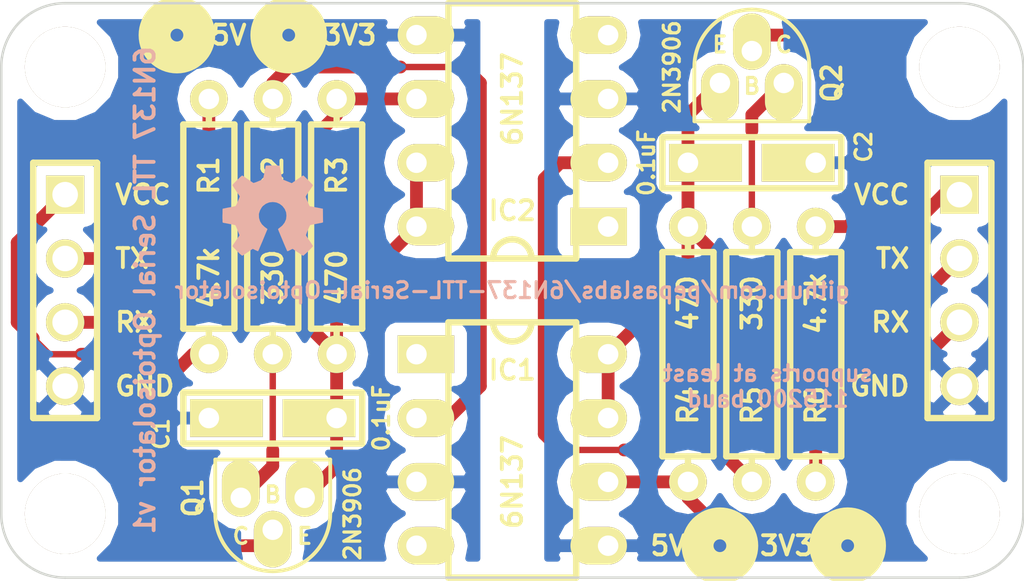
<source format=kicad_pcb>
(kicad_pcb (version 3) (host pcbnew "(2013-07-07 BZR 4022)-stable")

  (general
    (links 28)
    (no_connects 0)
    (area 199.339999 52.019999 240.080001 74.980001)
    (thickness 1.6)
    (drawings 27)
    (tracks 79)
    (zones 0)
    (modules 19)
    (nets 15)
  )

  (page A3)
  (layers
    (15 F.Cu signal)
    (0 B.Cu signal)
    (16 B.Adhes user)
    (17 F.Adhes user)
    (18 B.Paste user)
    (19 F.Paste user)
    (20 B.SilkS user)
    (21 F.SilkS user)
    (22 B.Mask user)
    (23 F.Mask user)
    (24 Dwgs.User user)
    (25 Cmts.User user)
    (26 Eco1.User user)
    (27 Eco2.User user)
    (28 Edge.Cuts user)
  )

  (setup
    (last_trace_width 0.508)
    (user_trace_width 0.508)
    (trace_clearance 0.254)
    (zone_clearance 0.508)
    (zone_45_only no)
    (trace_min 0.254)
    (segment_width 0.2)
    (edge_width 0.1)
    (via_size 0.889)
    (via_drill 0.635)
    (via_min_size 0.889)
    (via_min_drill 0.508)
    (uvia_size 0.508)
    (uvia_drill 0.127)
    (uvias_allowed no)
    (uvia_min_size 0.508)
    (uvia_min_drill 0.127)
    (pcb_text_width 0.3)
    (pcb_text_size 1.5 1.5)
    (mod_edge_width 0.15)
    (mod_text_size 1 1)
    (mod_text_width 0.15)
    (pad_size 1.5 1.5)
    (pad_drill 0.6)
    (pad_to_mask_clearance 0)
    (aux_axis_origin 0 0)
    (visible_elements 7FFFFFFF)
    (pcbplotparams
      (layerselection 284196865)
      (usegerberextensions true)
      (excludeedgelayer true)
      (linewidth 0.150000)
      (plotframeref false)
      (viasonmask false)
      (mode 1)
      (useauxorigin false)
      (hpglpennumber 1)
      (hpglpenspeed 20)
      (hpglpendiameter 15)
      (hpglpenoverlay 2)
      (psnegative false)
      (psa4output false)
      (plotreference true)
      (plotvalue true)
      (plotothertext true)
      (plotinvisibletext false)
      (padsonsilk false)
      (subtractmaskfromsilk false)
      (outputformat 1)
      (mirror false)
      (drillshape 0)
      (scaleselection 1)
      (outputdirectory ../gerbers/))
  )

  (net 0 "")
  (net 1 GNDA)
  (net 2 GNDB)
  (net 3 N-000001)
  (net 4 N-0000014)
  (net 5 N-000003)
  (net 6 N-000004)
  (net 7 N-000005)
  (net 8 N-000006)
  (net 9 RXA)
  (net 10 RXB)
  (net 11 TXA)
  (net 12 TXB)
  (net 13 VCCA)
  (net 14 VCCB)

  (net_class Default "This is the default net class."
    (clearance 0.254)
    (trace_width 0.254)
    (via_dia 0.889)
    (via_drill 0.635)
    (uvia_dia 0.508)
    (uvia_drill 0.127)
    (add_net "")
    (add_net GNDA)
    (add_net GNDB)
    (add_net N-000001)
    (add_net N-0000014)
    (add_net N-000003)
    (add_net N-000004)
    (add_net N-000005)
    (add_net N-000006)
    (add_net RXA)
    (add_net RXB)
    (add_net TXA)
    (add_net TXB)
    (add_net VCCA)
    (add_net VCCB)
  )

  (module TO-92_Q_EBC_059Bo_PL (layer F.Cu) (tedit 5549915C) (tstamp 5546F383)
    (at 211.455 71.755)
    (descr "TO-92 Transistor, EBC pinout")
    (tags DEV)
    (path /5546F340)
    (fp_text reference Q1 (at -4.445 0 90) (layer F.SilkS)
      (effects (font (size 0.762 0.762) (thickness 0.1524)))
    )
    (fp_text value 2N3906 (at 1.905 0.635 90) (layer F.SilkS)
      (effects (font (size 0.635 0.635) (thickness 0.127)))
    )
    (fp_line (start 1.016 0.635) (end 1.016 -1.524) (layer F.SilkS) (width 0.15))
    (fp_line (start 1.016 -1.524) (end -3.556 -1.524) (layer F.SilkS) (width 0.15))
    (fp_line (start -3.556 -1.524) (end -3.556 0.635) (layer F.SilkS) (width 0.15))
    (fp_arc (start -1.27 0.635) (end -1.27 2.921) (angle 90) (layer F.SilkS) (width 0.15))
    (fp_arc (start -1.27 0.635) (end 1.016 0.635) (angle 90) (layer F.SilkS) (width 0.15))
    (fp_text user E (at 0 1.524) (layer F.SilkS)
      (effects (font (size 0.635 0.635) (thickness 0.127)))
    )
    (fp_text user B (at -1.27 -0.127) (layer F.SilkS)
      (effects (font (size 0.635 0.635) (thickness 0.127)))
    )
    (fp_text user C (at -2.54 1.524) (layer F.SilkS)
      (effects (font (size 0.635 0.635) (thickness 0.127)))
    )
    (pad 1 thru_hole oval (at 0 0) (size 1.4986 2.2479) (drill 0.8128 (offset 0 -0.37465))
      (layers *.Cu *.Mask F.SilkS)
      (net 13 VCCA)
    )
    (pad 2 thru_hole oval (at -1.27 1.27) (size 1.4986 2.2479) (drill 0.8128 (offset 0 0.37465))
      (layers *.Cu *.Mask F.SilkS)
      (net 5 N-000003)
    )
    (pad 3 thru_hole oval (at -2.54 0) (size 1.4986 2.2479) (drill 0.8128 (offset 0 -0.37465))
      (layers *.Cu *.Mask F.SilkS)
      (net 6 N-000004)
    )
    (model to-xxx-packages/to92.wrl
      (at (xyz 0 0 0))
      (scale (xyz 1 1 1))
      (rotate (xyz 0 0 0))
    )
  )

  (module TO-92_Q_EBC_059Bo_PL (layer F.Cu) (tedit 55499152) (tstamp 5546F392)
    (at 227.965 55.245 180)
    (descr "TO-92 Transistor, EBC pinout")
    (tags DEV)
    (path /5546F361)
    (fp_text reference Q2 (at -4.445 0 270) (layer F.SilkS)
      (effects (font (size 0.762 0.762) (thickness 0.1524)))
    )
    (fp_text value 2N3906 (at 1.905 0.635 270) (layer F.SilkS)
      (effects (font (size 0.635 0.635) (thickness 0.127)))
    )
    (fp_line (start 1.016 0.635) (end 1.016 -1.524) (layer F.SilkS) (width 0.15))
    (fp_line (start 1.016 -1.524) (end -3.556 -1.524) (layer F.SilkS) (width 0.15))
    (fp_line (start -3.556 -1.524) (end -3.556 0.635) (layer F.SilkS) (width 0.15))
    (fp_arc (start -1.27 0.635) (end -1.27 2.921) (angle 90) (layer F.SilkS) (width 0.15))
    (fp_arc (start -1.27 0.635) (end 1.016 0.635) (angle 90) (layer F.SilkS) (width 0.15))
    (fp_text user E (at 0 1.524 180) (layer F.SilkS)
      (effects (font (size 0.635 0.635) (thickness 0.127)))
    )
    (fp_text user B (at -1.27 -0.127 180) (layer F.SilkS)
      (effects (font (size 0.635 0.635) (thickness 0.127)))
    )
    (fp_text user C (at -2.54 1.524 180) (layer F.SilkS)
      (effects (font (size 0.635 0.635) (thickness 0.127)))
    )
    (pad 1 thru_hole oval (at 0 0 180) (size 1.4986 2.2479) (drill 0.8128 (offset 0 -0.37465))
      (layers *.Cu *.Mask F.SilkS)
      (net 14 VCCB)
    )
    (pad 2 thru_hole oval (at -1.27 1.27 180) (size 1.4986 2.2479) (drill 0.8128 (offset 0 0.37465))
      (layers *.Cu *.Mask F.SilkS)
      (net 3 N-000001)
    )
    (pad 3 thru_hole oval (at -2.54 0 180) (size 1.4986 2.2479) (drill 0.8128 (offset 0 -0.37465))
      (layers *.Cu *.Mask F.SilkS)
      (net 7 N-000005)
    )
    (model to-xxx-packages/to92.wrl
      (at (xyz 0 0 0))
      (scale (xyz 1 1 1))
      (rotate (xyz 0 0 0))
    )
  )

  (module R_AXIAL_0W25_059A_PL (layer F.Cu) (tedit 53A245D9) (tstamp 5546F39F)
    (at 207.645 55.88 270)
    (descr "Resistor Axial 1/4W 0.4\"")
    (tags R)
    (path /55465781)
    (autoplace_cost180 10)
    (fp_text reference R1 (at 3.048 0 270) (layer F.SilkS)
      (effects (font (size 0.762 0.762) (thickness 0.1524)))
    )
    (fp_text value 4.7k (at 7.112 0 270) (layer F.SilkS)
      (effects (font (size 0.762 0.762) (thickness 0.1524)))
    )
    (fp_line (start 0 0) (end 1.016 0) (layer F.SilkS) (width 0.254))
    (fp_line (start 1.016 0) (end 1.016 -1.016) (layer F.SilkS) (width 0.254))
    (fp_line (start 1.016 -1.016) (end 9.144 -1.016) (layer F.SilkS) (width 0.254))
    (fp_line (start 9.144 -1.016) (end 9.144 1.016) (layer F.SilkS) (width 0.254))
    (fp_line (start 9.144 1.016) (end 1.016 1.016) (layer F.SilkS) (width 0.254))
    (fp_line (start 1.016 1.016) (end 1.016 0) (layer F.SilkS) (width 0.254))
    (fp_line (start 10.16 0) (end 9.144 0) (layer F.SilkS) (width 0.254))
    (pad 1 thru_hole oval (at 0 0 270) (size 1.4986 1.4986) (drill 0.8128)
      (layers *.Cu *.Mask F.SilkS)
      (net 11 TXA)
    )
    (pad 2 thru_hole oval (at 10.16 0 270) (size 1.4986 1.4986) (drill 0.8128)
      (layers *.Cu *.Mask F.SilkS)
      (net 5 N-000003)
    )
    (model discret/resistor.wrl
      (at (xyz 0 0 0))
      (scale (xyz 0.4 0.4 0.4))
      (rotate (xyz 0 0 0))
    )
  )

  (module R_AXIAL_0W25_059A_PL (layer F.Cu) (tedit 53A245D9) (tstamp 5546F3AC)
    (at 226.695 71.12 90)
    (descr "Resistor Axial 1/4W 0.4\"")
    (tags R)
    (path /55465B77)
    (autoplace_cost180 10)
    (fp_text reference R4 (at 3.048 0 90) (layer F.SilkS)
      (effects (font (size 0.762 0.762) (thickness 0.1524)))
    )
    (fp_text value 470 (at 7.112 0 90) (layer F.SilkS)
      (effects (font (size 0.762 0.762) (thickness 0.1524)))
    )
    (fp_line (start 0 0) (end 1.016 0) (layer F.SilkS) (width 0.254))
    (fp_line (start 1.016 0) (end 1.016 -1.016) (layer F.SilkS) (width 0.254))
    (fp_line (start 1.016 -1.016) (end 9.144 -1.016) (layer F.SilkS) (width 0.254))
    (fp_line (start 9.144 -1.016) (end 9.144 1.016) (layer F.SilkS) (width 0.254))
    (fp_line (start 9.144 1.016) (end 1.016 1.016) (layer F.SilkS) (width 0.254))
    (fp_line (start 1.016 1.016) (end 1.016 0) (layer F.SilkS) (width 0.254))
    (fp_line (start 10.16 0) (end 9.144 0) (layer F.SilkS) (width 0.254))
    (pad 1 thru_hole oval (at 0 0 90) (size 1.4986 1.4986) (drill 0.8128)
      (layers *.Cu *.Mask F.SilkS)
      (net 10 RXB)
    )
    (pad 2 thru_hole oval (at 10.16 0 90) (size 1.4986 1.4986) (drill 0.8128)
      (layers *.Cu *.Mask F.SilkS)
      (net 14 VCCB)
    )
    (model discret/resistor.wrl
      (at (xyz 0 0 0))
      (scale (xyz 0.4 0.4 0.4))
      (rotate (xyz 0 0 0))
    )
  )

  (module R_AXIAL_0W25_059A_PL (layer F.Cu) (tedit 53A245D9) (tstamp 5546F3B9)
    (at 210.185 55.88 270)
    (descr "Resistor Axial 1/4W 0.4\"")
    (tags R)
    (path /5546D91C)
    (autoplace_cost180 10)
    (fp_text reference R2 (at 3.048 0 270) (layer F.SilkS)
      (effects (font (size 0.762 0.762) (thickness 0.1524)))
    )
    (fp_text value 330 (at 7.112 0 270) (layer F.SilkS)
      (effects (font (size 0.762 0.762) (thickness 0.1524)))
    )
    (fp_line (start 0 0) (end 1.016 0) (layer F.SilkS) (width 0.254))
    (fp_line (start 1.016 0) (end 1.016 -1.016) (layer F.SilkS) (width 0.254))
    (fp_line (start 1.016 -1.016) (end 9.144 -1.016) (layer F.SilkS) (width 0.254))
    (fp_line (start 9.144 -1.016) (end 9.144 1.016) (layer F.SilkS) (width 0.254))
    (fp_line (start 9.144 1.016) (end 1.016 1.016) (layer F.SilkS) (width 0.254))
    (fp_line (start 1.016 1.016) (end 1.016 0) (layer F.SilkS) (width 0.254))
    (fp_line (start 10.16 0) (end 9.144 0) (layer F.SilkS) (width 0.254))
    (pad 1 thru_hole oval (at 0 0 270) (size 1.4986 1.4986) (drill 0.8128)
      (layers *.Cu *.Mask F.SilkS)
      (net 8 N-000006)
    )
    (pad 2 thru_hole oval (at 10.16 0 270) (size 1.4986 1.4986) (drill 0.8128)
      (layers *.Cu *.Mask F.SilkS)
      (net 6 N-000004)
    )
    (model discret/resistor.wrl
      (at (xyz 0 0 0))
      (scale (xyz 0.4 0.4 0.4))
      (rotate (xyz 0 0 0))
    )
  )

  (module R_AXIAL_0W25_059A_PL (layer F.Cu) (tedit 53A245D9) (tstamp 5546F3C6)
    (at 231.775 71.12 90)
    (descr "Resistor Axial 1/4W 0.4\"")
    (tags R)
    (path /5546D977)
    (autoplace_cost180 10)
    (fp_text reference R6 (at 3.048 0 90) (layer F.SilkS)
      (effects (font (size 0.762 0.762) (thickness 0.1524)))
    )
    (fp_text value 4.7k (at 7.112 0 90) (layer F.SilkS)
      (effects (font (size 0.762 0.762) (thickness 0.1524)))
    )
    (fp_line (start 0 0) (end 1.016 0) (layer F.SilkS) (width 0.254))
    (fp_line (start 1.016 0) (end 1.016 -1.016) (layer F.SilkS) (width 0.254))
    (fp_line (start 1.016 -1.016) (end 9.144 -1.016) (layer F.SilkS) (width 0.254))
    (fp_line (start 9.144 -1.016) (end 9.144 1.016) (layer F.SilkS) (width 0.254))
    (fp_line (start 9.144 1.016) (end 1.016 1.016) (layer F.SilkS) (width 0.254))
    (fp_line (start 1.016 1.016) (end 1.016 0) (layer F.SilkS) (width 0.254))
    (fp_line (start 10.16 0) (end 9.144 0) (layer F.SilkS) (width 0.254))
    (pad 1 thru_hole oval (at 0 0 90) (size 1.4986 1.4986) (drill 0.8128)
      (layers *.Cu *.Mask F.SilkS)
      (net 12 TXB)
    )
    (pad 2 thru_hole oval (at 10.16 0 90) (size 1.4986 1.4986) (drill 0.8128)
      (layers *.Cu *.Mask F.SilkS)
      (net 3 N-000001)
    )
    (model discret/resistor.wrl
      (at (xyz 0 0 0))
      (scale (xyz 0.4 0.4 0.4))
      (rotate (xyz 0 0 0))
    )
  )

  (module R_AXIAL_0W25_059A_PL (layer F.Cu) (tedit 53A245D9) (tstamp 5546F3D3)
    (at 212.725 55.88 270)
    (descr "Resistor Axial 1/4W 0.4\"")
    (tags R)
    (path /5546D97D)
    (autoplace_cost180 10)
    (fp_text reference R3 (at 3.048 0 270) (layer F.SilkS)
      (effects (font (size 0.762 0.762) (thickness 0.1524)))
    )
    (fp_text value 470 (at 7.112 0 270) (layer F.SilkS)
      (effects (font (size 0.762 0.762) (thickness 0.1524)))
    )
    (fp_line (start 0 0) (end 1.016 0) (layer F.SilkS) (width 0.254))
    (fp_line (start 1.016 0) (end 1.016 -1.016) (layer F.SilkS) (width 0.254))
    (fp_line (start 1.016 -1.016) (end 9.144 -1.016) (layer F.SilkS) (width 0.254))
    (fp_line (start 9.144 -1.016) (end 9.144 1.016) (layer F.SilkS) (width 0.254))
    (fp_line (start 9.144 1.016) (end 1.016 1.016) (layer F.SilkS) (width 0.254))
    (fp_line (start 1.016 1.016) (end 1.016 0) (layer F.SilkS) (width 0.254))
    (fp_line (start 10.16 0) (end 9.144 0) (layer F.SilkS) (width 0.254))
    (pad 1 thru_hole oval (at 0 0 270) (size 1.4986 1.4986) (drill 0.8128)
      (layers *.Cu *.Mask F.SilkS)
      (net 9 RXA)
    )
    (pad 2 thru_hole oval (at 10.16 0 270) (size 1.4986 1.4986) (drill 0.8128)
      (layers *.Cu *.Mask F.SilkS)
      (net 13 VCCA)
    )
    (model discret/resistor.wrl
      (at (xyz 0 0 0))
      (scale (xyz 0.4 0.4 0.4))
      (rotate (xyz 0 0 0))
    )
  )

  (module R_AXIAL_0W25_059A_PL (layer F.Cu) (tedit 53A245D9) (tstamp 5546F3E0)
    (at 229.235 71.12 90)
    (descr "Resistor Axial 1/4W 0.4\"")
    (tags R)
    (path /5546D98C)
    (autoplace_cost180 10)
    (fp_text reference R5 (at 3.048 0 90) (layer F.SilkS)
      (effects (font (size 0.762 0.762) (thickness 0.1524)))
    )
    (fp_text value 330 (at 7.112 0 90) (layer F.SilkS)
      (effects (font (size 0.762 0.762) (thickness 0.1524)))
    )
    (fp_line (start 0 0) (end 1.016 0) (layer F.SilkS) (width 0.254))
    (fp_line (start 1.016 0) (end 1.016 -1.016) (layer F.SilkS) (width 0.254))
    (fp_line (start 1.016 -1.016) (end 9.144 -1.016) (layer F.SilkS) (width 0.254))
    (fp_line (start 9.144 -1.016) (end 9.144 1.016) (layer F.SilkS) (width 0.254))
    (fp_line (start 9.144 1.016) (end 1.016 1.016) (layer F.SilkS) (width 0.254))
    (fp_line (start 1.016 1.016) (end 1.016 0) (layer F.SilkS) (width 0.254))
    (fp_line (start 10.16 0) (end 9.144 0) (layer F.SilkS) (width 0.254))
    (pad 1 thru_hole oval (at 0 0 90) (size 1.4986 1.4986) (drill 0.8128)
      (layers *.Cu *.Mask F.SilkS)
      (net 4 N-0000014)
    )
    (pad 2 thru_hole oval (at 10.16 0 90) (size 1.4986 1.4986) (drill 0.8128)
      (layers *.Cu *.Mask F.SilkS)
      (net 7 N-000005)
    )
    (model discret/resistor.wrl
      (at (xyz 0 0 0))
      (scale (xyz 0.4 0.4 0.4))
      (rotate (xyz 0 0 0))
    )
  )

  (module PIN_ARRAY_4x1 (layer F.Cu) (tedit 5546FC4D) (tstamp 5546F3EC)
    (at 201.93 63.5 270)
    (descr "Double rangee de contacts 2 x 5 pins")
    (tags CONN)
    (path /554657AF)
    (fp_text reference P1 (at 0 -2.54 270) (layer F.SilkS) hide
      (effects (font (size 1.016 1.016) (thickness 0.2032)))
    )
    (fp_text value CONN_4 (at 0 2.54 270) (layer F.SilkS) hide
      (effects (font (size 1.016 1.016) (thickness 0.2032)))
    )
    (fp_line (start 5.08 1.27) (end -5.08 1.27) (layer F.SilkS) (width 0.254))
    (fp_line (start 5.08 -1.27) (end -5.08 -1.27) (layer F.SilkS) (width 0.254))
    (fp_line (start -5.08 -1.27) (end -5.08 1.27) (layer F.SilkS) (width 0.254))
    (fp_line (start 5.08 1.27) (end 5.08 -1.27) (layer F.SilkS) (width 0.254))
    (pad 1 thru_hole rect (at -3.81 0 270) (size 1.524 1.524) (drill 1.016)
      (layers *.Cu *.Mask F.SilkS)
      (net 13 VCCA)
    )
    (pad 2 thru_hole circle (at -1.27 0 270) (size 1.524 1.524) (drill 1.016)
      (layers *.Cu *.Mask F.SilkS)
      (net 11 TXA)
    )
    (pad 3 thru_hole circle (at 1.27 0 270) (size 1.524 1.524) (drill 1.016)
      (layers *.Cu *.Mask F.SilkS)
      (net 9 RXA)
    )
    (pad 4 thru_hole circle (at 3.81 0 270) (size 1.524 1.524) (drill 1.016)
      (layers *.Cu *.Mask F.SilkS)
      (net 1 GNDA)
    )
    (model pin_array\pins_array_4x1.wrl
      (at (xyz 0 0 0))
      (scale (xyz 1 1 1))
      (rotate (xyz 0 0 0))
    )
  )

  (module PIN_ARRAY_4x1 (layer F.Cu) (tedit 5546FCF8) (tstamp 5546F3F8)
    (at 237.49 63.5 270)
    (descr "Double rangee de contacts 2 x 5 pins")
    (tags CONN)
    (path /55465835)
    (fp_text reference P2 (at 0 -2.54 270) (layer F.SilkS) hide
      (effects (font (size 1.016 1.016) (thickness 0.2032)))
    )
    (fp_text value CONN_4 (at 0 2.54 270) (layer F.SilkS) hide
      (effects (font (size 1.016 1.016) (thickness 0.2032)))
    )
    (fp_line (start 5.08 1.27) (end -5.08 1.27) (layer F.SilkS) (width 0.254))
    (fp_line (start 5.08 -1.27) (end -5.08 -1.27) (layer F.SilkS) (width 0.254))
    (fp_line (start -5.08 -1.27) (end -5.08 1.27) (layer F.SilkS) (width 0.254))
    (fp_line (start 5.08 1.27) (end 5.08 -1.27) (layer F.SilkS) (width 0.254))
    (pad 1 thru_hole rect (at -3.81 0 270) (size 1.524 1.524) (drill 1.016)
      (layers *.Cu *.Mask F.SilkS)
      (net 14 VCCB)
    )
    (pad 2 thru_hole circle (at -1.27 0 270) (size 1.524 1.524) (drill 1.016)
      (layers *.Cu *.Mask F.SilkS)
      (net 12 TXB)
    )
    (pad 3 thru_hole circle (at 1.27 0 270) (size 1.524 1.524) (drill 1.016)
      (layers *.Cu *.Mask F.SilkS)
      (net 10 RXB)
    )
    (pad 4 thru_hole circle (at 3.81 0 270) (size 1.524 1.524) (drill 1.016)
      (layers *.Cu *.Mask F.SilkS)
      (net 2 GNDB)
    )
    (model pin_array\pins_array_4x1.wrl
      (at (xyz 0 0 0))
      (scale (xyz 1 1 1))
      (rotate (xyz 0 0 0))
    )
  )

  (module hole_M3_2 (layer F.Cu) (tedit 550BAD19) (tstamp 5547BC08)
    (at 201.93 54.61)
    (descr "M3 mounting hole")
    (path 1pin)
    (fp_text reference H*** (at 0 -3.048) (layer F.SilkS) hide
      (effects (font (size 1.016 1.016) (thickness 0.254)))
    )
    (fp_text value Val** (at 0 2.794) (layer F.SilkS) hide
      (effects (font (size 1.016 1.016) (thickness 0.254)))
    )
    (pad 1 thru_hole circle (at 0 0) (size 3.2 3.2) (drill 3.2)
      (layers *.Cu *.Mask F.SilkS)
    )
  )

  (module hole_M3_2 (layer F.Cu) (tedit 550BAD19) (tstamp 5547BC3A)
    (at 237.49 54.61)
    (descr "M3 mounting hole")
    (path 1pin)
    (fp_text reference H*** (at 0 -3.048) (layer F.SilkS) hide
      (effects (font (size 1.016 1.016) (thickness 0.254)))
    )
    (fp_text value Val** (at 0 2.794) (layer F.SilkS) hide
      (effects (font (size 1.016 1.016) (thickness 0.254)))
    )
    (pad 1 thru_hole circle (at 0 0) (size 3.2 3.2) (drill 3.2)
      (layers *.Cu *.Mask F.SilkS)
    )
  )

  (module hole_M3_2 (layer F.Cu) (tedit 550BAD19) (tstamp 5547BC48)
    (at 237.49 72.39)
    (descr "M3 mounting hole")
    (path 1pin)
    (fp_text reference H*** (at 0 -3.048) (layer F.SilkS) hide
      (effects (font (size 1.016 1.016) (thickness 0.254)))
    )
    (fp_text value Val** (at 0 2.794) (layer F.SilkS) hide
      (effects (font (size 1.016 1.016) (thickness 0.254)))
    )
    (pad 1 thru_hole circle (at 0 0) (size 3.2 3.2) (drill 3.2)
      (layers *.Cu *.Mask F.SilkS)
    )
  )

  (module hole_M3_2 (layer F.Cu) (tedit 550BAD19) (tstamp 5547BC51)
    (at 201.93 72.39)
    (descr "M3 mounting hole")
    (path 1pin)
    (fp_text reference H*** (at 0 -3.048) (layer F.SilkS) hide
      (effects (font (size 1.016 1.016) (thickness 0.254)))
    )
    (fp_text value Val** (at 0 2.794) (layer F.SilkS) hide
      (effects (font (size 1.016 1.016) (thickness 0.254)))
    )
    (pad 1 thru_hole circle (at 0 0) (size 3.2 3.2) (drill 3.2)
      (layers *.Cu *.Mask F.SilkS)
    )
  )

  (module OSHW-logo_silkscreen-back_4mm (layer F.Cu) (tedit 0) (tstamp 55476A21)
    (at 210.185 60.325)
    (fp_text reference G*** (at 0 2.1209) (layer B.SilkS) hide
      (effects (font (size 0.18034 0.18034) (thickness 0.03556)))
    )
    (fp_text value OSHW-logo_silkscreen-back_4mm (at 0 -2.1209) (layer B.SilkS) hide
      (effects (font (size 0.18034 0.18034) (thickness 0.03556)))
    )
    (fp_poly (pts (xy 1.21158 1.79578) (xy 1.19126 1.78562) (xy 1.143 1.75514) (xy 1.07696 1.71196)
      (xy 0.99822 1.65862) (xy 0.91948 1.60528) (xy 0.85344 1.5621) (xy 0.80772 1.53162)
      (xy 0.78994 1.52146) (xy 0.77978 1.524) (xy 0.74168 1.54432) (xy 0.6858 1.57226)
      (xy 0.65532 1.5875) (xy 0.60452 1.61036) (xy 0.57912 1.61544) (xy 0.57658 1.60782)
      (xy 0.55626 1.56972) (xy 0.52832 1.50368) (xy 0.49022 1.41732) (xy 0.44704 1.31572)
      (xy 0.40132 1.2065) (xy 0.3556 1.09474) (xy 0.30988 0.98806) (xy 0.27178 0.89154)
      (xy 0.23876 0.81534) (xy 0.21844 0.75946) (xy 0.21082 0.7366) (xy 0.21336 0.73152)
      (xy 0.23876 0.70866) (xy 0.28194 0.67564) (xy 0.37846 0.5969) (xy 0.4699 0.48006)
      (xy 0.52832 0.34798) (xy 0.5461 0.20066) (xy 0.53086 0.06604) (xy 0.47752 -0.0635)
      (xy 0.38608 -0.18288) (xy 0.27432 -0.26924) (xy 0.14478 -0.32512) (xy 0 -0.3429)
      (xy -0.1397 -0.32766) (xy -0.27178 -0.27432) (xy -0.39116 -0.18542) (xy -0.43942 -0.127)
      (xy -0.508 -0.00762) (xy -0.54864 0.11938) (xy -0.55118 0.14986) (xy -0.5461 0.2921)
      (xy -0.50546 0.42672) (xy -0.4318 0.5461) (xy -0.32766 0.64516) (xy -0.31496 0.65532)
      (xy -0.2667 0.69088) (xy -0.23622 0.71374) (xy -0.21082 0.73406) (xy -0.38862 1.16586)
      (xy -0.41656 1.23444) (xy -0.46736 1.35128) (xy -0.51054 1.45288) (xy -0.54356 1.53416)
      (xy -0.56896 1.5875) (xy -0.57912 1.61036) (xy -0.57912 1.61036) (xy -0.59436 1.6129)
      (xy -0.62738 1.6002) (xy -0.68834 1.57226) (xy -0.72898 1.55194) (xy -0.7747 1.52908)
      (xy -0.79502 1.52146) (xy -0.8128 1.53162) (xy -0.85598 1.55956) (xy -0.91948 1.60274)
      (xy -0.99568 1.65354) (xy -1.06934 1.70434) (xy -1.13792 1.75006) (xy -1.18618 1.78054)
      (xy -1.21158 1.79324) (xy -1.21412 1.79324) (xy -1.23444 1.78054) (xy -1.27508 1.75006)
      (xy -1.3335 1.69418) (xy -1.41478 1.6129) (xy -1.42748 1.6002) (xy -1.49606 1.52908)
      (xy -1.55194 1.47066) (xy -1.59004 1.43002) (xy -1.60274 1.41224) (xy -1.60274 1.41224)
      (xy -1.59004 1.38684) (xy -1.55956 1.33858) (xy -1.51384 1.27) (xy -1.4605 1.19126)
      (xy -1.31826 0.98298) (xy -1.397 0.7874) (xy -1.41986 0.72898) (xy -1.45034 0.65532)
      (xy -1.4732 0.60452) (xy -1.4859 0.58166) (xy -1.50622 0.57404) (xy -1.55956 0.56134)
      (xy -1.6383 0.54356) (xy -1.72974 0.52832) (xy -1.81864 0.51054) (xy -1.89738 0.4953)
      (xy -1.9558 0.48514) (xy -1.9812 0.48006) (xy -1.98628 0.47498) (xy -1.99136 0.46228)
      (xy -1.99644 0.43688) (xy -1.99644 0.38862) (xy -1.99898 0.31242) (xy -1.99898 0.20066)
      (xy -1.99898 0.1905) (xy -1.99644 0.08382) (xy -1.99644 0) (xy -1.9939 -0.05334)
      (xy -1.98882 -0.07366) (xy -1.98882 -0.07366) (xy -1.96342 -0.08128) (xy -1.90754 -0.09144)
      (xy -1.8288 -0.10922) (xy -1.73228 -0.127) (xy -1.7272 -0.127) (xy -1.63322 -0.14478)
      (xy -1.55448 -0.16256) (xy -1.4986 -0.17526) (xy -1.47574 -0.18288) (xy -1.47066 -0.18796)
      (xy -1.45034 -0.22606) (xy -1.4224 -0.28448) (xy -1.39192 -0.3556) (xy -1.36144 -0.42926)
      (xy -1.3335 -0.49784) (xy -1.31572 -0.5461) (xy -1.31064 -0.56896) (xy -1.31064 -0.56896)
      (xy -1.32588 -0.59182) (xy -1.3589 -0.64262) (xy -1.40462 -0.70866) (xy -1.4605 -0.78994)
      (xy -1.46304 -0.79756) (xy -1.51892 -0.8763) (xy -1.5621 -0.94488) (xy -1.59258 -0.99314)
      (xy -1.60274 -1.01346) (xy -1.60274 -1.016) (xy -1.58496 -1.03886) (xy -1.54432 -1.08458)
      (xy -1.4859 -1.14554) (xy -1.41478 -1.21666) (xy -1.39192 -1.23698) (xy -1.31572 -1.31318)
      (xy -1.26238 -1.36398) (xy -1.22682 -1.38938) (xy -1.21158 -1.397) (xy -1.21158 -1.39446)
      (xy -1.18618 -1.38176) (xy -1.13538 -1.34874) (xy -1.0668 -1.30048) (xy -0.98552 -1.24714)
      (xy -0.98044 -1.24206) (xy -0.9017 -1.18872) (xy -0.83566 -1.143) (xy -0.7874 -1.11252)
      (xy -0.76708 -1.09982) (xy -0.762 -1.09982) (xy -0.73152 -1.10998) (xy -0.6731 -1.12776)
      (xy -0.60452 -1.1557) (xy -0.53086 -1.18618) (xy -0.46228 -1.21412) (xy -0.41148 -1.23698)
      (xy -0.38862 -1.24968) (xy -0.38862 -1.25222) (xy -0.37846 -1.28016) (xy -0.36576 -1.34112)
      (xy -0.34798 -1.4224) (xy -0.3302 -1.52146) (xy -0.32766 -1.5367) (xy -0.30988 -1.63068)
      (xy -0.29464 -1.70942) (xy -0.28194 -1.7653) (xy -0.27686 -1.78816) (xy -0.26416 -1.7907)
      (xy -0.2159 -1.79324) (xy -0.14478 -1.79578) (xy -0.05842 -1.79578) (xy 0.03048 -1.79578)
      (xy 0.11684 -1.79324) (xy 0.19304 -1.7907) (xy 0.24638 -1.78816) (xy 0.26924 -1.78308)
      (xy 0.27178 -1.78054) (xy 0.2794 -1.7526) (xy 0.2921 -1.69164) (xy 0.30988 -1.61036)
      (xy 0.32766 -1.5113) (xy 0.3302 -1.49352) (xy 0.34798 -1.39954) (xy 0.36576 -1.3208)
      (xy 0.37592 -1.26746) (xy 0.38354 -1.24714) (xy 0.39116 -1.24206) (xy 0.42926 -1.22428)
      (xy 0.49276 -1.19888) (xy 0.57404 -1.16586) (xy 0.75692 -1.0922) (xy 0.98044 -1.24714)
      (xy 1.00076 -1.25984) (xy 1.08204 -1.31572) (xy 1.14808 -1.3589) (xy 1.1938 -1.38938)
      (xy 1.21412 -1.39954) (xy 1.21412 -1.39954) (xy 1.23698 -1.37922) (xy 1.2827 -1.33858)
      (xy 1.34366 -1.27762) (xy 1.41224 -1.20904) (xy 1.46558 -1.1557) (xy 1.52654 -1.0922)
      (xy 1.56718 -1.05156) (xy 1.5875 -1.02362) (xy 1.59512 -1.00584) (xy 1.59258 -0.99568)
      (xy 1.57988 -0.97282) (xy 1.54686 -0.92456) (xy 1.50114 -0.85598) (xy 1.44526 -0.77724)
      (xy 1.39954 -0.70866) (xy 1.35128 -0.635) (xy 1.3208 -0.58166) (xy 1.3081 -0.55372)
      (xy 1.31064 -0.54356) (xy 1.32842 -0.50038) (xy 1.35382 -0.4318) (xy 1.38684 -0.35306)
      (xy 1.46558 -0.17526) (xy 1.58242 -0.15494) (xy 1.65354 -0.1397) (xy 1.7526 -0.12192)
      (xy 1.84658 -0.10414) (xy 1.9939 -0.07366) (xy 1.99898 0.46482) (xy 1.97612 0.47498)
      (xy 1.95326 0.4826) (xy 1.89992 0.49276) (xy 1.82118 0.508) (xy 1.72974 0.52578)
      (xy 1.651 0.54102) (xy 1.57226 0.55626) (xy 1.51638 0.56642) (xy 1.49098 0.5715)
      (xy 1.48336 0.58166) (xy 1.46304 0.61976) (xy 1.4351 0.68072) (xy 1.40462 0.75438)
      (xy 1.37414 0.82804) (xy 1.3462 0.89916) (xy 1.32588 0.9525) (xy 1.31826 0.98044)
      (xy 1.32842 1.00076) (xy 1.3589 1.04648) (xy 1.40208 1.11252) (xy 1.45542 1.19126)
      (xy 1.5113 1.27) (xy 1.55448 1.33858) (xy 1.5875 1.38684) (xy 1.6002 1.40716)
      (xy 1.59258 1.4224) (xy 1.5621 1.4605) (xy 1.50368 1.52146) (xy 1.41478 1.61036)
      (xy 1.39954 1.62306) (xy 1.33096 1.69164) (xy 1.27 1.74498) (xy 1.22936 1.78308)
      (xy 1.21158 1.79578)) (layer B.SilkS) (width 0.00254))
  )

  (module DIP8_059Bi_PL (layer F.Cu) (tedit 53A2396C) (tstamp 554984F0)
    (at 215.9 66.04 270)
    (descr "8-lead DIP package")
    (tags DIP)
    (path /554983EB)
    (fp_text reference IC1 (at 0.635 -3.81 360) (layer F.SilkS)
      (effects (font (size 0.762 0.762) (thickness 0.1524)))
    )
    (fp_text value 6N137 (at 5.08 -3.81 270) (layer F.SilkS)
      (effects (font (size 0.762 0.762) (thickness 0.1524)))
    )
    (fp_arc (start -1.27 -3.81) (end -1.27 -4.572) (angle 90) (layer F.SilkS) (width 0.254))
    (fp_arc (start -1.27 -3.81) (end -0.508 -3.81) (angle 90) (layer F.SilkS) (width 0.254))
    (fp_line (start -1.27 -6.35) (end 8.89 -6.35) (layer F.SilkS) (width 0.254))
    (fp_line (start 8.89 -6.35) (end 8.89 -1.27) (layer F.SilkS) (width 0.254))
    (fp_line (start 8.89 -1.27) (end -1.27 -1.27) (layer F.SilkS) (width 0.254))
    (fp_line (start -1.27 -1.27) (end -1.27 -6.35) (layer F.SilkS) (width 0.254))
    (pad 1 thru_hole rect (at 0 0 270) (size 1.4986 2.2479) (drill 0.8128 (offset 0 -0.37465))
      (layers *.Cu *.Mask F.SilkS)
    )
    (pad 2 thru_hole oval (at 2.54 0 270) (size 1.4986 2.2479) (drill 0.8128 (offset 0 -0.37465))
      (layers *.Cu *.Mask F.SilkS)
      (net 8 N-000006)
    )
    (pad 3 thru_hole oval (at 5.08 0 270) (size 1.4986 2.2479) (drill 0.8128 (offset 0 -0.37465))
      (layers *.Cu *.Mask F.SilkS)
      (net 1 GNDA)
    )
    (pad 4 thru_hole oval (at 7.62 0 270) (size 1.4986 2.2479) (drill 0.8128 (offset 0 -0.37465))
      (layers *.Cu *.Mask F.SilkS)
    )
    (pad 5 thru_hole oval (at 7.62 -7.62 270) (size 1.4986 2.2479) (drill 0.8128 (offset 0 0.37465))
      (layers *.Cu *.Mask F.SilkS)
      (net 2 GNDB)
    )
    (pad 6 thru_hole oval (at 5.08 -7.62 270) (size 1.4986 2.2479) (drill 0.8128 (offset 0 0.37465))
      (layers *.Cu *.Mask F.SilkS)
      (net 10 RXB)
    )
    (pad 8 thru_hole oval (at 0 -7.62 270) (size 1.4986 2.2479) (drill 0.8128 (offset 0 0.37465))
      (layers *.Cu *.Mask F.SilkS)
      (net 14 VCCB)
    )
    (pad 7 thru_hole oval (at 2.54 -7.62 270) (size 1.4986 2.2479) (drill 0.8128 (offset 0 0.37465))
      (layers *.Cu *.Mask F.SilkS)
      (net 14 VCCB)
    )
    (model dil/dil_8.wrl
      (at (xyz 0 0 0))
      (scale (xyz 1 1 1))
      (rotate (xyz 0 0 0))
    )
  )

  (module DIP8_059Bi_PL (layer F.Cu) (tedit 53A2396C) (tstamp 55498502)
    (at 223.52 60.96 90)
    (descr "8-lead DIP package")
    (tags DIP)
    (path /554984AB)
    (fp_text reference IC2 (at 0.635 -3.81 180) (layer F.SilkS)
      (effects (font (size 0.762 0.762) (thickness 0.1524)))
    )
    (fp_text value 6N137 (at 5.08 -3.81 90) (layer F.SilkS)
      (effects (font (size 0.762 0.762) (thickness 0.1524)))
    )
    (fp_arc (start -1.27 -3.81) (end -1.27 -4.572) (angle 90) (layer F.SilkS) (width 0.254))
    (fp_arc (start -1.27 -3.81) (end -0.508 -3.81) (angle 90) (layer F.SilkS) (width 0.254))
    (fp_line (start -1.27 -6.35) (end 8.89 -6.35) (layer F.SilkS) (width 0.254))
    (fp_line (start 8.89 -6.35) (end 8.89 -1.27) (layer F.SilkS) (width 0.254))
    (fp_line (start 8.89 -1.27) (end -1.27 -1.27) (layer F.SilkS) (width 0.254))
    (fp_line (start -1.27 -1.27) (end -1.27 -6.35) (layer F.SilkS) (width 0.254))
    (pad 1 thru_hole rect (at 0 0 90) (size 1.4986 2.2479) (drill 0.8128 (offset 0 -0.37465))
      (layers *.Cu *.Mask F.SilkS)
    )
    (pad 2 thru_hole oval (at 2.54 0 90) (size 1.4986 2.2479) (drill 0.8128 (offset 0 -0.37465))
      (layers *.Cu *.Mask F.SilkS)
      (net 4 N-0000014)
    )
    (pad 3 thru_hole oval (at 5.08 0 90) (size 1.4986 2.2479) (drill 0.8128 (offset 0 -0.37465))
      (layers *.Cu *.Mask F.SilkS)
      (net 2 GNDB)
    )
    (pad 4 thru_hole oval (at 7.62 0 90) (size 1.4986 2.2479) (drill 0.8128 (offset 0 -0.37465))
      (layers *.Cu *.Mask F.SilkS)
    )
    (pad 5 thru_hole oval (at 7.62 -7.62 90) (size 1.4986 2.2479) (drill 0.8128 (offset 0 0.37465))
      (layers *.Cu *.Mask F.SilkS)
      (net 1 GNDA)
    )
    (pad 6 thru_hole oval (at 5.08 -7.62 90) (size 1.4986 2.2479) (drill 0.8128 (offset 0 0.37465))
      (layers *.Cu *.Mask F.SilkS)
      (net 9 RXA)
    )
    (pad 8 thru_hole oval (at 0 -7.62 90) (size 1.4986 2.2479) (drill 0.8128 (offset 0 0.37465))
      (layers *.Cu *.Mask F.SilkS)
      (net 13 VCCA)
    )
    (pad 7 thru_hole oval (at 2.54 -7.62 90) (size 1.4986 2.2479) (drill 0.8128 (offset 0 0.37465))
      (layers *.Cu *.Mask F.SilkS)
      (net 13 VCCA)
    )
    (model dil/dil_8.wrl
      (at (xyz 0 0 0))
      (scale (xyz 1 1 1))
      (rotate (xyz 0 0 0))
    )
  )

  (module CERCAP_2_059B_0805 (layer F.Cu) (tedit 554991B6) (tstamp 55498B18)
    (at 210.185 68.58 180)
    (descr "Capacitor, 0.2\" pin spacing")
    (tags C)
    (path /5549894D)
    (fp_text reference C1 (at 4.445 -0.635 270) (layer F.SilkS)
      (effects (font (size 0.635 0.635) (thickness 0.127)))
    )
    (fp_text value 0.1uF (at -4.318 0 270) (layer F.SilkS)
      (effects (font (size 0.635 0.635) (thickness 0.127)))
    )
    (fp_line (start -3.556 -1.016) (end 3.556 -1.016) (layer F.SilkS) (width 0.254))
    (fp_line (start 3.556 -1.016) (end 3.556 1.016) (layer F.SilkS) (width 0.254))
    (fp_line (start 3.556 1.016) (end -3.556 1.016) (layer F.SilkS) (width 0.254))
    (fp_line (start -3.556 1.016) (end -3.556 -1.016) (layer F.SilkS) (width 0.254))
    (pad 1 thru_hole rect (at -2.54 0 180) (size 2.8956 1.4986) (drill 0.8128 (offset 0.6985 0))
      (layers *.Cu *.Mask F.SilkS)
      (net 13 VCCA)
    )
    (pad 2 thru_hole rect (at 2.54 0 180) (size 2.8956 1.4986) (drill 0.8128 (offset -0.6985 0))
      (layers *.Cu *.Mask F.SilkS)
      (net 1 GNDA)
    )
    (model discret/capa_2pas_5x5mm.wrl
      (at (xyz 0 0 0))
      (scale (xyz 1 1 1))
      (rotate (xyz 0 0 0))
    )
  )

  (module CERCAP_2_059B_0805 (layer F.Cu) (tedit 554991AC) (tstamp 55498B22)
    (at 229.235 58.42)
    (descr "Capacitor, 0.2\" pin spacing")
    (tags C)
    (path /55498A12)
    (fp_text reference C2 (at 4.445 -0.635 90) (layer F.SilkS)
      (effects (font (size 0.635 0.635) (thickness 0.127)))
    )
    (fp_text value 0.1uF (at -4.191 0 90) (layer F.SilkS)
      (effects (font (size 0.635 0.635) (thickness 0.127)))
    )
    (fp_line (start -3.556 -1.016) (end 3.556 -1.016) (layer F.SilkS) (width 0.254))
    (fp_line (start 3.556 -1.016) (end 3.556 1.016) (layer F.SilkS) (width 0.254))
    (fp_line (start 3.556 1.016) (end -3.556 1.016) (layer F.SilkS) (width 0.254))
    (fp_line (start -3.556 1.016) (end -3.556 -1.016) (layer F.SilkS) (width 0.254))
    (pad 1 thru_hole rect (at -2.54 0) (size 2.8956 1.4986) (drill 0.8128 (offset 0.6985 0))
      (layers *.Cu *.Mask F.SilkS)
      (net 14 VCCB)
    )
    (pad 2 thru_hole rect (at 2.54 0) (size 2.8956 1.4986) (drill 0.8128 (offset -0.6985 0))
      (layers *.Cu *.Mask F.SilkS)
      (net 2 GNDB)
    )
    (model discret/capa_2pas_5x5mm.wrl
      (at (xyz 0 0 0))
      (scale (xyz 1 1 1))
      (rotate (xyz 0 0 0))
    )
  )

  (gr_text "supports at least\n115200 baud" (at 229.87 67.31) (layer B.SilkS)
    (effects (font (size 0.635 0.635) (thickness 0.127)) (justify mirror))
  )
  (gr_text "6N137 TTL Serial Optoisolator v1" (at 205.105 63.5 90) (layer B.SilkS)
    (effects (font (size 0.762 0.762) (thickness 0.1524)) (justify mirror))
  )
  (gr_text github.com/pepaslabs/6N137-TTL-Serial-Optoisolator (at 219.71 63.5) (layer B.SilkS)
    (effects (font (size 0.635 0.635) (thickness 0.127)) (justify mirror))
  )
  (gr_line (start 240.03 54.61) (end 240.03 72.39) (angle 90) (layer Edge.Cuts) (width 0.1))
  (gr_line (start 199.39 54.61) (end 199.39 72.39) (angle 90) (layer Edge.Cuts) (width 0.1))
  (gr_circle (center 233.045 73.66) (end 233.299 73.66) (layer F.SilkS) (width 1.27))
  (gr_circle (center 227.965 73.66) (end 228.219 73.66) (layer F.SilkS) (width 1.27))
  (gr_circle (center 210.82 53.34) (end 210.82 53.086) (layer F.SilkS) (width 1.27))
  (gr_circle (center 206.375 53.34) (end 206.629 53.34) (layer F.SilkS) (width 1.27))
  (gr_line (start 201.93 74.93) (end 237.49 74.93) (angle 90) (layer Edge.Cuts) (width 0.1))
  (gr_line (start 237.49 52.07) (end 201.93 52.07) (angle 90) (layer Edge.Cuts) (width 0.1))
  (gr_arc (start 237.49 72.39) (end 240.03 72.39) (angle 90) (layer Edge.Cuts) (width 0.1))
  (gr_arc (start 237.49 54.61) (end 237.49 52.07) (angle 90) (layer Edge.Cuts) (width 0.1))
  (gr_arc (start 201.93 72.39) (end 201.93 74.93) (angle 90) (layer Edge.Cuts) (width 0.1))
  (gr_arc (start 201.93 54.61) (end 199.39 54.61) (angle 90) (layer Edge.Cuts) (width 0.1))
  (gr_text 3V3 (at 231.775 73.66) (layer F.SilkS)
    (effects (font (size 0.762 0.762) (thickness 0.1524)) (justify right))
  )
  (gr_text 5V (at 226.695 73.66) (layer F.SilkS)
    (effects (font (size 0.762 0.762) (thickness 0.1524)) (justify right))
  )
  (gr_text 3V3 (at 212.09 53.34) (layer F.SilkS)
    (effects (font (size 0.762 0.762) (thickness 0.1524)) (justify left))
  )
  (gr_text 5V (at 207.645 53.34) (layer F.SilkS)
    (effects (font (size 0.762 0.762) (thickness 0.1524)) (justify left))
  )
  (gr_text GND (at 203.835 67.31) (layer F.SilkS)
    (effects (font (size 0.762 0.762) (thickness 0.1524)) (justify left))
  )
  (gr_text RX (at 203.835 64.77) (layer F.SilkS)
    (effects (font (size 0.762 0.762) (thickness 0.1524)) (justify left))
  )
  (gr_text TX (at 203.835 62.23) (layer F.SilkS)
    (effects (font (size 0.762 0.762) (thickness 0.1524)) (justify left))
  )
  (gr_text VCC (at 203.835 59.69) (layer F.SilkS)
    (effects (font (size 0.762 0.762) (thickness 0.1524)) (justify left))
  )
  (gr_text GND (at 235.585 67.31) (layer F.SilkS)
    (effects (font (size 0.762 0.762) (thickness 0.1524)) (justify right))
  )
  (gr_text RX (at 235.585 64.77) (layer F.SilkS)
    (effects (font (size 0.762 0.762) (thickness 0.1524)) (justify right))
  )
  (gr_text TX (at 235.585 62.23) (layer F.SilkS)
    (effects (font (size 0.762 0.762) (thickness 0.1524)) (justify right))
  )
  (gr_text VCC (at 235.585 59.69) (layer F.SilkS)
    (effects (font (size 0.762 0.762) (thickness 0.1524)) (justify right))
  )

  (segment (start 231.775 60.96) (end 233.045 60.96) (width 0.508) (layer F.Cu) (net 3) (status 400000))
  (segment (start 229.87 53.34) (end 229.235 53.975) (width 0.508) (layer F.Cu) (net 3) (tstamp 55498E08) (status C00000))
  (segment (start 231.775 53.34) (end 229.87 53.34) (width 0.508) (layer F.Cu) (net 3) (tstamp 55498E06) (status 800000))
  (segment (start 234.315 55.88) (end 231.775 53.34) (width 0.508) (layer F.Cu) (net 3) (tstamp 55498E03))
  (segment (start 234.315 59.69) (end 234.315 55.88) (width 0.508) (layer F.Cu) (net 3) (tstamp 55498E02))
  (segment (start 233.045 60.96) (end 234.315 59.69) (width 0.508) (layer F.Cu) (net 3) (tstamp 55498E00))
  (segment (start 221.615 69.85) (end 220.98 69.215) (width 0.508) (layer F.Cu) (net 4))
  (segment (start 229.235 71.12) (end 227.33 69.215) (width 0.508) (layer F.Cu) (net 4) (status 400000))
  (segment (start 224.79 69.85) (end 224.155 69.85) (width 0.508) (layer F.Cu) (net 4) (tstamp 55498EC7))
  (segment (start 225.425 69.215) (end 224.79 69.85) (width 0.508) (layer F.Cu) (net 4) (tstamp 55498EC5))
  (segment (start 226.06 69.215) (end 225.425 69.215) (width 0.508) (layer F.Cu) (net 4) (tstamp 55498EC4))
  (segment (start 227.33 69.215) (end 226.06 69.215) (width 0.508) (layer F.Cu) (net 4) (tstamp 55498EBF))
  (segment (start 221.615 69.85) (end 224.155 69.85) (width 0.254) (layer F.Cu) (net 4))
  (segment (start 221.615 58.42) (end 223.52 58.42) (width 0.508) (layer F.Cu) (net 4) (tstamp 55498EE0) (status 800000))
  (segment (start 220.98 59.055) (end 221.615 58.42) (width 0.508) (layer F.Cu) (net 4) (tstamp 55498ED9))
  (segment (start 220.98 69.215) (end 220.98 59.055) (width 0.508) (layer F.Cu) (net 4) (tstamp 55498ED8))
  (segment (start 210.185 73.025) (end 209.55 73.66) (width 0.254) (layer F.Cu) (net 5))
  (segment (start 207.01 66.04) (end 207.645 66.04) (width 0.254) (layer F.Cu) (net 5) (tstamp 55498C68))
  (segment (start 205.105 67.945) (end 207.01 66.04) (width 0.508) (layer F.Cu) (net 5) (tstamp 55498C64))
  (segment (start 205.105 71.12) (end 205.105 67.945) (width 0.508) (layer F.Cu) (net 5) (tstamp 55498C60))
  (segment (start 207.645 73.66) (end 205.105 71.12) (width 0.508) (layer F.Cu) (net 5) (tstamp 55498C5B))
  (segment (start 209.55 73.66) (end 207.645 73.66) (width 0.508) (layer F.Cu) (net 5) (tstamp 55498C56))
  (segment (start 210.185 66.04) (end 210.185 69.85) (width 0.254) (layer F.Cu) (net 6))
  (segment (start 210.185 69.85) (end 210.185 70.485) (width 0.508) (layer F.Cu) (net 6) (tstamp 55498CC7))
  (segment (start 210.185 70.485) (end 208.915 71.755) (width 0.508) (layer F.Cu) (net 6) (tstamp 55498BF3))
  (segment (start 229.235 60.96) (end 229.235 57.15) (width 0.254) (layer F.Cu) (net 7) (status 400000))
  (segment (start 229.235 56.515) (end 229.235 57.15) (width 0.508) (layer F.Cu) (net 7) (tstamp 55498DE3))
  (segment (start 229.235 56.515) (end 230.505 55.245) (width 0.508) (layer F.Cu) (net 7) (status 800000))
  (segment (start 217.805 54.61) (end 218.44 55.245) (width 0.508) (layer F.Cu) (net 8))
  (segment (start 210.185 55.88) (end 210.185 55.245) (width 0.508) (layer F.Cu) (net 8))
  (segment (start 210.82 54.61) (end 215.265 54.61) (width 0.508) (layer F.Cu) (net 8) (tstamp 55498D3D))
  (segment (start 210.185 55.245) (end 210.82 54.61) (width 0.508) (layer F.Cu) (net 8) (tstamp 55498D3B))
  (segment (start 217.805 54.61) (end 215.265 54.61) (width 0.254) (layer F.Cu) (net 8))
  (segment (start 217.17 68.58) (end 215.9 68.58) (width 0.508) (layer F.Cu) (net 8) (tstamp 55498D5A))
  (segment (start 218.44 67.31) (end 217.17 68.58) (width 0.508) (layer F.Cu) (net 8) (tstamp 55498D52))
  (segment (start 218.44 55.245) (end 218.44 67.31) (width 0.508) (layer F.Cu) (net 8) (tstamp 55498D51))
  (segment (start 201.93 64.77) (end 204.47 64.77) (width 0.508) (layer F.Cu) (net 9))
  (segment (start 212.725 56.515) (end 212.725 55.88) (width 0.508) (layer F.Cu) (net 9) (tstamp 55498D35))
  (segment (start 204.47 64.77) (end 212.725 56.515) (width 0.508) (layer F.Cu) (net 9) (tstamp 55498D30))
  (segment (start 212.725 55.88) (end 215.9 55.88) (width 0.508) (layer F.Cu) (net 9))
  (segment (start 237.49 64.77) (end 233.68 68.58) (width 0.508) (layer F.Cu) (net 10) (status 400000))
  (segment (start 226.695 71.755) (end 226.695 71.12) (width 0.508) (layer F.Cu) (net 10) (tstamp 55498F03) (status C00000))
  (segment (start 227.965 73.025) (end 226.695 71.755) (width 0.508) (layer F.Cu) (net 10) (tstamp 55498F01) (status 800000))
  (segment (start 232.41 73.025) (end 227.965 73.025) (width 0.508) (layer F.Cu) (net 10) (tstamp 55498EFD))
  (segment (start 233.68 71.755) (end 232.41 73.025) (width 0.508) (layer F.Cu) (net 10) (tstamp 55498EFC))
  (segment (start 233.68 68.58) (end 233.68 71.755) (width 0.508) (layer F.Cu) (net 10) (tstamp 55498EF4))
  (segment (start 223.52 71.12) (end 226.695 71.12) (width 0.508) (layer F.Cu) (net 10) (status C00000))
  (segment (start 201.93 62.23) (end 203.2 62.23) (width 0.508) (layer F.Cu) (net 11))
  (segment (start 207.645 57.785) (end 207.645 55.88) (width 0.508) (layer F.Cu) (net 11) (tstamp 55498D0A))
  (segment (start 203.2 62.23) (end 207.645 57.785) (width 0.508) (layer F.Cu) (net 11) (tstamp 55498D08))
  (segment (start 231.775 71.12) (end 231.775 67.945) (width 0.508) (layer F.Cu) (net 12) (status 400000))
  (segment (start 231.775 67.945) (end 237.49 62.23) (width 0.508) (layer F.Cu) (net 12) (tstamp 55498EEE) (status 800000))
  (segment (start 212.725 66.04) (end 212.725 68.58) (width 0.508) (layer F.Cu) (net 13))
  (segment (start 212.725 66.04) (end 212.725 64.135) (width 0.508) (layer F.Cu) (net 13))
  (segment (start 212.725 64.135) (end 215.9 60.96) (width 0.508) (layer F.Cu) (net 13) (tstamp 55498C9F))
  (segment (start 204.47 66.04) (end 205.105 66.04) (width 0.508) (layer F.Cu) (net 13))
  (segment (start 200.66 65.405) (end 200.025 64.77) (width 0.508) (layer F.Cu) (net 13))
  (segment (start 201.93 59.69) (end 200.66 60.96) (width 0.508) (layer F.Cu) (net 13))
  (segment (start 202.565 66.04) (end 204.47 66.04) (width 0.508) (layer F.Cu) (net 13) (tstamp 554849D9))
  (segment (start 201.295 66.04) (end 202.565 66.04) (width 0.254) (layer F.Cu) (net 13) (tstamp 5546FB78))
  (segment (start 200.66 65.405) (end 201.295 66.04) (width 0.254) (layer F.Cu) (net 13) (tstamp 5546FB77))
  (segment (start 200.025 61.595) (end 200.66 60.96) (width 0.508) (layer F.Cu) (net 13) (tstamp 554849E4))
  (segment (start 200.025 64.77) (end 200.025 61.595) (width 0.508) (layer F.Cu) (net 13) (tstamp 554849E2))
  (segment (start 210.82 64.135) (end 212.725 66.04) (width 0.508) (layer F.Cu) (net 13) (tstamp 55498C8A))
  (segment (start 207.01 64.135) (end 210.82 64.135) (width 0.508) (layer F.Cu) (net 13) (tstamp 55498C87))
  (segment (start 205.105 66.04) (end 207.01 64.135) (width 0.508) (layer F.Cu) (net 13) (tstamp 55498C84))
  (segment (start 212.725 68.58) (end 212.725 70.485) (width 0.508) (layer F.Cu) (net 13))
  (segment (start 212.725 70.485) (end 211.455 71.755) (width 0.508) (layer F.Cu) (net 13) (tstamp 55498C1C))
  (segment (start 215.9 58.42) (end 215.9 60.96) (width 0.508) (layer F.Cu) (net 13))
  (segment (start 226.695 60.96) (end 228.6 62.865) (width 0.508) (layer F.Cu) (net 14) (status 400000))
  (segment (start 236.855 59.69) (end 237.49 59.69) (width 0.508) (layer F.Cu) (net 14) (tstamp 55498E9A) (status C00000))
  (segment (start 233.68 62.865) (end 236.855 59.69) (width 0.508) (layer F.Cu) (net 14) (tstamp 55498E94) (status 800000))
  (segment (start 228.6 62.865) (end 233.68 62.865) (width 0.508) (layer F.Cu) (net 14) (tstamp 55498E92))
  (segment (start 223.52 66.04) (end 226.695 62.865) (width 0.508) (layer F.Cu) (net 14) (status 400000))
  (segment (start 226.695 62.865) (end 226.695 60.96) (width 0.508) (layer F.Cu) (net 14) (tstamp 55498E73) (status 800000))
  (segment (start 226.695 58.42) (end 226.695 56.515) (width 0.508) (layer F.Cu) (net 14) (status 400000))
  (segment (start 226.695 56.515) (end 227.965 55.245) (width 0.508) (layer F.Cu) (net 14) (tstamp 55498DFB) (status 800000))
  (segment (start 226.695 60.96) (end 226.695 58.42) (width 0.508) (layer F.Cu) (net 14) (status C00000))
  (segment (start 223.52 66.04) (end 223.52 68.58) (width 0.508) (layer F.Cu) (net 14) (status C00000))

  (zone (net 1) (net_name GNDA) (layer B.Cu) (tstamp 554707AF) (hatch edge 0.508)
    (connect_pads (clearance 0.508))
    (min_thickness 0.254)
    (fill (arc_segments 16) (thermal_gap 0.508) (thermal_bridge_width 0.508))
    (polygon
      (pts
        (xy 218.44 74.295) (xy 201.93 74.295) (xy 200.025 72.39) (xy 200.025 54.61) (xy 201.93 52.705)
        (xy 218.44 52.705)
      )
    )
    (filled_polygon
      (pts
        (xy 218.313 74.168) (xy 217.967011 74.168) (xy 218.068059 73.66) (xy 218.068059 68.58) (xy 218.068059 60.96)
        (xy 217.962685 60.430251) (xy 217.662607 59.981152) (xy 217.226866 59.69) (xy 217.662607 59.398848) (xy 217.962685 58.949749)
        (xy 218.068059 58.42) (xy 217.962685 57.890251) (xy 217.662607 57.441152) (xy 217.226866 57.15) (xy 217.662607 56.858848)
        (xy 217.962685 56.409749) (xy 218.068059 55.88) (xy 217.962685 55.350251) (xy 217.662607 54.901152) (xy 217.213508 54.601074)
        (xy 217.200956 54.598577) (xy 217.296381 54.570326) (xy 217.71795 54.229046) (xy 217.976827 53.752417) (xy 217.990924 53.681075)
        (xy 217.868251 53.467) (xy 216.40165 53.467) (xy 216.40165 53.487) (xy 216.14765 53.487) (xy 216.14765 53.467)
        (xy 214.681049 53.467) (xy 214.558376 53.681075) (xy 214.572473 53.752417) (xy 214.83135 54.229046) (xy 215.252919 54.570326)
        (xy 215.348343 54.598577) (xy 215.335792 54.601074) (xy 214.886693 54.901152) (xy 214.586615 55.350251) (xy 214.481241 55.88)
        (xy 214.586615 56.409749) (xy 214.886693 56.858848) (xy 215.322433 57.15) (xy 214.886693 57.441152) (xy 214.586615 57.890251)
        (xy 214.481241 58.42) (xy 214.586615 58.949749) (xy 214.886693 59.398848) (xy 215.322433 59.69) (xy 214.886693 59.981152)
        (xy 214.586615 60.430251) (xy 214.481241 60.96) (xy 214.586615 61.489749) (xy 214.886693 61.938848) (xy 215.335792 62.238926)
        (xy 215.865541 62.3443) (xy 216.683759 62.3443) (xy 217.213508 62.238926) (xy 217.662607 61.938848) (xy 217.962685 61.489749)
        (xy 218.068059 60.96) (xy 218.068059 68.58) (xy 217.962685 68.050251) (xy 217.662607 67.601152) (xy 217.398093 67.42441)
        (xy 217.524355 67.42441) (xy 217.757829 67.327941) (xy 217.936613 67.149468) (xy 218.033489 66.916164) (xy 218.03371 66.663545)
        (xy 218.03371 65.164945) (xy 217.937241 64.931471) (xy 217.758768 64.752687) (xy 217.525464 64.655811) (xy 217.272845 64.65559)
        (xy 215.024945 64.65559) (xy 214.791471 64.752059) (xy 214.612687 64.930532) (xy 214.515811 65.163836) (xy 214.51559 65.416455)
        (xy 214.51559 66.915055) (xy 214.612059 67.148529) (xy 214.790532 67.327313) (xy 215.023836 67.424189) (xy 215.15137 67.4243)
        (xy 214.886693 67.601152) (xy 214.586615 68.050251) (xy 214.481241 68.58) (xy 214.586615 69.109749) (xy 214.886693 69.558848)
        (xy 215.335792 69.858926) (xy 215.348343 69.861422) (xy 215.252919 69.889674) (xy 214.83135 70.230954) (xy 214.572473 70.707583)
        (xy 214.558376 70.778925) (xy 214.681049 70.993) (xy 216.14765 70.993) (xy 216.14765 70.973) (xy 216.40165 70.973)
        (xy 216.40165 70.993) (xy 217.868251 70.993) (xy 217.990924 70.778925) (xy 217.976827 70.707583) (xy 217.71795 70.230954)
        (xy 217.296381 69.889674) (xy 217.200956 69.861422) (xy 217.213508 69.858926) (xy 217.662607 69.558848) (xy 217.962685 69.109749)
        (xy 218.068059 68.58) (xy 218.068059 73.66) (xy 217.962685 73.130251) (xy 217.662607 72.681152) (xy 217.213508 72.381074)
        (xy 217.200956 72.378577) (xy 217.296381 72.350326) (xy 217.71795 72.009046) (xy 217.976827 71.532417) (xy 217.990924 71.461075)
        (xy 217.868251 71.247) (xy 216.40165 71.247) (xy 216.40165 71.267) (xy 216.14765 71.267) (xy 216.14765 71.247)
        (xy 214.681049 71.247) (xy 214.558376 71.461075) (xy 214.572473 71.532417) (xy 214.83135 72.009046) (xy 215.252919 72.350326)
        (xy 215.348343 72.378577) (xy 215.335792 72.381074) (xy 214.886693 72.681152) (xy 214.586615 73.130251) (xy 214.481241 73.66)
        (xy 214.582288 74.168) (xy 211.497842 74.168) (xy 211.5693 73.808759) (xy 211.5693 73.151023) (xy 211.984749 73.068385)
        (xy 212.433848 72.768307) (xy 212.733926 72.319208) (xy 212.8393 71.789459) (xy 212.8393 70.971241) (xy 212.733926 70.441492)
        (xy 212.433848 69.992393) (xy 212.391968 69.96441) (xy 213.600055 69.96441) (xy 213.833529 69.867941) (xy 214.012313 69.689468)
        (xy 214.109189 69.456164) (xy 214.10941 69.203545) (xy 214.10941 67.704945) (xy 214.012941 67.471471) (xy 213.834468 67.292687)
        (xy 213.601164 67.195811) (xy 213.47975 67.195704) (xy 213.703848 67.045968) (xy 214.003926 66.596869) (xy 214.1093 66.06712)
        (xy 214.1093 66.01288) (xy 214.1093 55.90712) (xy 214.1093 55.85288) (xy 214.003926 55.323131) (xy 213.703848 54.874032)
        (xy 213.254749 54.573954) (xy 212.725 54.46858) (xy 212.195251 54.573954) (xy 211.746152 54.874032) (xy 211.455 55.309772)
        (xy 211.163848 54.874032) (xy 210.714749 54.573954) (xy 210.185 54.46858) (xy 209.655251 54.573954) (xy 209.206152 54.874032)
        (xy 208.915 55.309772) (xy 208.623848 54.874032) (xy 208.174749 54.573954) (xy 207.645 54.46858) (xy 207.115251 54.573954)
        (xy 206.666152 54.874032) (xy 206.366074 55.323131) (xy 206.2607 55.85288) (xy 206.2607 55.90712) (xy 206.366074 56.436869)
        (xy 206.666152 56.885968) (xy 207.115251 57.186046) (xy 207.645 57.29142) (xy 208.174749 57.186046) (xy 208.623848 56.885968)
        (xy 208.915 56.450227) (xy 209.206152 56.885968) (xy 209.655251 57.186046) (xy 210.185 57.29142) (xy 210.714749 57.186046)
        (xy 211.163848 56.885968) (xy 211.455 56.450227) (xy 211.746152 56.885968) (xy 212.195251 57.186046) (xy 212.725 57.29142)
        (xy 213.254749 57.186046) (xy 213.703848 56.885968) (xy 214.003926 56.436869) (xy 214.1093 55.90712) (xy 214.1093 66.01288)
        (xy 214.003926 65.483131) (xy 213.703848 65.034032) (xy 213.254749 64.733954) (xy 212.725 64.62858) (xy 212.195251 64.733954)
        (xy 211.746152 65.034032) (xy 211.455 65.469772) (xy 211.163848 65.034032) (xy 210.714749 64.733954) (xy 210.185 64.62858)
        (xy 209.655251 64.733954) (xy 209.206152 65.034032) (xy 208.915 65.469772) (xy 208.623848 65.034032) (xy 208.174749 64.733954)
        (xy 207.645 64.62858) (xy 207.115251 64.733954) (xy 206.666152 65.034032) (xy 206.366074 65.483131) (xy 206.2607 66.01288)
        (xy 206.2607 66.06712) (xy 206.366074 66.596869) (xy 206.666152 67.045968) (xy 206.890092 67.1956) (xy 206.769945 67.19559)
        (xy 206.536471 67.292059) (xy 206.357687 67.470532) (xy 206.260811 67.703836) (xy 206.26059 67.956455) (xy 206.2607 68.29425)
        (xy 206.41945 68.453) (xy 208.2165 68.453) (xy 208.2165 68.433) (xy 208.4705 68.433) (xy 208.4705 68.453)
        (xy 208.4905 68.453) (xy 208.4905 68.707) (xy 208.4705 68.707) (xy 208.4705 68.727) (xy 208.2165 68.727)
        (xy 208.2165 68.707) (xy 206.41945 68.707) (xy 206.2607 68.86575) (xy 206.26059 69.203545) (xy 206.260811 69.456164)
        (xy 206.357687 69.689468) (xy 206.536471 69.867941) (xy 206.769945 69.96441) (xy 207.978186 69.964306) (xy 207.936152 69.992393)
        (xy 207.636074 70.441492) (xy 207.5307 70.971241) (xy 207.5307 71.789459) (xy 207.636074 72.319208) (xy 207.936152 72.768307)
        (xy 208.385251 73.068385) (xy 208.8007 73.151023) (xy 208.8007 73.808759) (xy 208.872157 74.168) (xy 203.312422 74.168)
        (xy 203.823636 73.657679) (xy 204.164611 72.836519) (xy 204.165387 71.947381) (xy 203.825845 71.125628) (xy 203.339143 70.638075)
        (xy 203.339143 67.517696) (xy 203.327241 67.27991) (xy 203.327241 64.493339) (xy 203.115009 63.979697) (xy 202.72237 63.586372)
        (xy 202.514485 63.50005) (xy 202.720303 63.415009) (xy 203.113628 63.02237) (xy 203.326756 62.509099) (xy 203.327241 61.953339)
        (xy 203.115009 61.439697) (xy 202.763036 61.08711) (xy 202.817755 61.08711) (xy 203.051229 60.990641) (xy 203.230013 60.812168)
        (xy 203.326889 60.578864) (xy 203.32711 60.326245) (xy 203.32711 58.802245) (xy 203.230641 58.568771) (xy 203.052168 58.389987)
        (xy 202.818864 58.293111) (xy 202.566245 58.29289) (xy 201.042245 58.29289) (xy 200.808771 58.389359) (xy 200.629987 58.567832)
        (xy 200.533111 58.801136) (xy 200.53289 59.053755) (xy 200.53289 60.577755) (xy 200.629359 60.811229) (xy 200.807832 60.990013)
        (xy 201.041136 61.086889) (xy 201.097676 61.086938) (xy 200.746372 61.43763) (xy 200.533244 61.950901) (xy 200.532759 62.506661)
        (xy 200.744991 63.020303) (xy 201.13763 63.413628) (xy 201.345514 63.499949) (xy 201.139697 63.584991) (xy 200.746372 63.97763)
        (xy 200.533244 64.490901) (xy 200.532759 65.046661) (xy 200.744991 65.560303) (xy 201.13763 65.953628) (xy 201.32973 66.033394)
        (xy 201.198858 66.087604) (xy 201.129393 66.329788) (xy 201.93 67.130395) (xy 202.730607 66.329788) (xy 202.661142 66.087604)
        (xy 202.520678 66.037491) (xy 202.720303 65.955009) (xy 203.113628 65.56237) (xy 203.326756 65.049099) (xy 203.327241 64.493339)
        (xy 203.327241 67.27991) (xy 203.31136 66.962631) (xy 203.152396 66.578858) (xy 202.910212 66.509393) (xy 202.109605 67.31)
        (xy 202.910212 68.110607) (xy 203.152396 68.041142) (xy 203.339143 67.517696) (xy 203.339143 70.638075) (xy 203.197679 70.496364)
        (xy 202.730607 70.302419) (xy 202.730607 68.290212) (xy 201.93 67.489605) (xy 201.750395 67.66921) (xy 201.750395 67.31)
        (xy 200.949788 66.509393) (xy 200.707604 66.578858) (xy 200.520857 67.102304) (xy 200.54864 67.657369) (xy 200.707604 68.041142)
        (xy 200.949788 68.110607) (xy 201.750395 67.31) (xy 201.750395 67.66921) (xy 201.129393 68.290212) (xy 201.198858 68.532396)
        (xy 201.722304 68.719143) (xy 202.277369 68.69136) (xy 202.661142 68.532396) (xy 202.730607 68.290212) (xy 202.730607 70.302419)
        (xy 202.376519 70.155389) (xy 201.487381 70.154613) (xy 200.665628 70.494155) (xy 200.152 71.006886) (xy 200.152 55.992422)
        (xy 200.662321 56.503636) (xy 201.483481 56.844611) (xy 202.372619 56.845387) (xy 203.194372 56.505845) (xy 203.823636 55.877679)
        (xy 204.164611 55.056519) (xy 204.165387 54.167381) (xy 203.825845 53.345628) (xy 203.313113 52.832) (xy 214.624388 52.832)
        (xy 214.572473 52.927583) (xy 214.558376 52.998925) (xy 214.681049 53.213) (xy 216.14765 53.213) (xy 216.14765 53.193)
        (xy 216.40165 53.193) (xy 216.40165 53.213) (xy 217.868251 53.213) (xy 217.990924 52.998925) (xy 217.976827 52.927583)
        (xy 217.924911 52.832) (xy 218.313 52.832) (xy 218.313 74.168)
      )
    )
  )
  (zone (net 2) (net_name GNDB) (layer B.Cu) (tstamp 55470807) (hatch edge 0.508)
    (connect_pads (clearance 0.508))
    (min_thickness 0.254)
    (fill (arc_segments 16) (thermal_gap 0.508) (thermal_bridge_width 0.508))
    (polygon
      (pts
        (xy 239.395 72.39) (xy 237.49 74.295) (xy 220.98 74.295) (xy 220.98 52.705) (xy 237.49 52.705)
        (xy 239.395 54.61)
      )
    )
    (filled_polygon
      (pts
        (xy 239.268 71.007577) (xy 238.899143 70.638075) (xy 238.899143 67.517696) (xy 238.887241 67.27991) (xy 238.887241 64.493339)
        (xy 238.675009 63.979697) (xy 238.28237 63.586372) (xy 238.074485 63.50005) (xy 238.280303 63.415009) (xy 238.673628 63.02237)
        (xy 238.886756 62.509099) (xy 238.887241 61.953339) (xy 238.675009 61.439697) (xy 238.323036 61.08711) (xy 238.377755 61.08711)
        (xy 238.611229 60.990641) (xy 238.790013 60.812168) (xy 238.886889 60.578864) (xy 238.88711 60.326245) (xy 238.88711 58.802245)
        (xy 238.790641 58.568771) (xy 238.612168 58.389987) (xy 238.378864 58.293111) (xy 238.126245 58.29289) (xy 236.602245 58.29289)
        (xy 236.368771 58.389359) (xy 236.189987 58.567832) (xy 236.093111 58.801136) (xy 236.09289 59.053755) (xy 236.09289 60.577755)
        (xy 236.189359 60.811229) (xy 236.367832 60.990013) (xy 236.601136 61.086889) (xy 236.657676 61.086938) (xy 236.306372 61.43763)
        (xy 236.093244 61.950901) (xy 236.092759 62.506661) (xy 236.304991 63.020303) (xy 236.69763 63.413628) (xy 236.905514 63.499949)
        (xy 236.699697 63.584991) (xy 236.306372 63.97763) (xy 236.093244 64.490901) (xy 236.092759 65.046661) (xy 236.304991 65.560303)
        (xy 236.69763 65.953628) (xy 236.88973 66.033394) (xy 236.758858 66.087604) (xy 236.689393 66.329788) (xy 237.49 67.130395)
        (xy 238.290607 66.329788) (xy 238.221142 66.087604) (xy 238.080678 66.037491) (xy 238.280303 65.955009) (xy 238.673628 65.56237)
        (xy 238.886756 65.049099) (xy 238.887241 64.493339) (xy 238.887241 67.27991) (xy 238.87136 66.962631) (xy 238.712396 66.578858)
        (xy 238.470212 66.509393) (xy 237.669605 67.31) (xy 238.470212 68.110607) (xy 238.712396 68.041142) (xy 238.899143 67.517696)
        (xy 238.899143 70.638075) (xy 238.757679 70.496364) (xy 238.290607 70.302419) (xy 238.290607 68.290212) (xy 237.49 67.489605)
        (xy 237.310395 67.66921) (xy 237.310395 67.31) (xy 236.509788 66.509393) (xy 236.267604 66.578858) (xy 236.080857 67.102304)
        (xy 236.10864 67.657369) (xy 236.267604 68.041142) (xy 236.509788 68.110607) (xy 237.310395 67.31) (xy 237.310395 67.66921)
        (xy 236.689393 68.290212) (xy 236.758858 68.532396) (xy 237.282304 68.719143) (xy 237.837369 68.69136) (xy 238.221142 68.532396)
        (xy 238.290607 68.290212) (xy 238.290607 70.302419) (xy 237.936519 70.155389) (xy 237.047381 70.154613) (xy 236.225628 70.494155)
        (xy 235.596364 71.122321) (xy 235.255389 71.943481) (xy 235.254613 72.832619) (xy 235.594155 73.654372) (xy 236.106886 74.168)
        (xy 233.1593 74.168) (xy 233.1593 71.14712) (xy 233.1593 71.09288) (xy 233.053926 70.563131) (xy 232.753848 70.114032)
        (xy 232.304749 69.813954) (xy 231.775 69.70858) (xy 231.245251 69.813954) (xy 230.796152 70.114032) (xy 230.505 70.549772)
        (xy 230.213848 70.114032) (xy 229.764749 69.813954) (xy 229.235 69.70858) (xy 228.705251 69.813954) (xy 228.256152 70.114032)
        (xy 227.965 70.549772) (xy 227.673848 70.114032) (xy 227.224749 69.813954) (xy 226.695 69.70858) (xy 226.165251 69.813954)
        (xy 225.716152 70.114032) (xy 225.416074 70.563131) (xy 225.3107 71.09288) (xy 225.3107 71.14712) (xy 225.416074 71.676869)
        (xy 225.716152 72.125968) (xy 226.165251 72.426046) (xy 226.695 72.53142) (xy 227.224749 72.426046) (xy 227.673848 72.125968)
        (xy 227.965 71.690227) (xy 228.256152 72.125968) (xy 228.705251 72.426046) (xy 229.235 72.53142) (xy 229.764749 72.426046)
        (xy 230.213848 72.125968) (xy 230.505 71.690227) (xy 230.796152 72.125968) (xy 231.245251 72.426046) (xy 231.775 72.53142)
        (xy 232.304749 72.426046) (xy 232.753848 72.125968) (xy 233.053926 71.676869) (xy 233.1593 71.14712) (xy 233.1593 74.168)
        (xy 224.938759 74.168) (xy 224.938759 71.12) (xy 224.833385 70.590251) (xy 224.533307 70.141152) (xy 224.097566 69.85)
        (xy 224.533307 69.558848) (xy 224.833385 69.109749) (xy 224.938759 68.58) (xy 224.833385 68.050251) (xy 224.533307 67.601152)
        (xy 224.097566 67.31) (xy 224.533307 67.018848) (xy 224.833385 66.569749) (xy 224.938759 66.04) (xy 224.938759 58.42)
        (xy 224.833385 57.890251) (xy 224.533307 57.441152) (xy 224.084208 57.141074) (xy 224.071656 57.138577) (xy 224.167081 57.110326)
        (xy 224.58865 56.769046) (xy 224.847527 56.292417) (xy 224.861624 56.221075) (xy 224.738951 56.007) (xy 223.27235 56.007)
        (xy 223.27235 56.027) (xy 223.01835 56.027) (xy 223.01835 56.007) (xy 221.551749 56.007) (xy 221.429076 56.221075)
        (xy 221.443173 56.292417) (xy 221.70205 56.769046) (xy 222.123619 57.110326) (xy 222.219043 57.138577) (xy 222.206492 57.141074)
        (xy 221.757393 57.441152) (xy 221.457315 57.890251) (xy 221.351941 58.42) (xy 221.457315 58.949749) (xy 221.757393 59.398848)
        (xy 222.021906 59.57559) (xy 221.895645 59.57559) (xy 221.662171 59.672059) (xy 221.483387 59.850532) (xy 221.386511 60.083836)
        (xy 221.38629 60.336455) (xy 221.38629 61.835055) (xy 221.482759 62.068529) (xy 221.661232 62.247313) (xy 221.894536 62.344189)
        (xy 222.147155 62.34441) (xy 224.395055 62.34441) (xy 224.628529 62.247941) (xy 224.807313 62.069468) (xy 224.904189 61.836164)
        (xy 224.90441 61.583545) (xy 224.90441 60.084945) (xy 224.807941 59.851471) (xy 224.629468 59.672687) (xy 224.396164 59.575811)
        (xy 224.268629 59.575699) (xy 224.533307 59.398848) (xy 224.833385 58.949749) (xy 224.938759 58.42) (xy 224.938759 66.04)
        (xy 224.833385 65.510251) (xy 224.533307 65.061152) (xy 224.084208 64.761074) (xy 223.554459 64.6557) (xy 222.736241 64.6557)
        (xy 222.206492 64.761074) (xy 221.757393 65.061152) (xy 221.457315 65.510251) (xy 221.351941 66.04) (xy 221.457315 66.569749)
        (xy 221.757393 67.018848) (xy 222.193133 67.31) (xy 221.757393 67.601152) (xy 221.457315 68.050251) (xy 221.351941 68.58)
        (xy 221.457315 69.109749) (xy 221.757393 69.558848) (xy 222.193133 69.85) (xy 221.757393 70.141152) (xy 221.457315 70.590251)
        (xy 221.351941 71.12) (xy 221.457315 71.649749) (xy 221.757393 72.098848) (xy 222.206492 72.398926) (xy 222.219043 72.401422)
        (xy 222.123619 72.429674) (xy 221.70205 72.770954) (xy 221.443173 73.247583) (xy 221.429076 73.318925) (xy 221.551749 73.533)
        (xy 223.01835 73.533) (xy 223.01835 73.513) (xy 223.27235 73.513) (xy 223.27235 73.533) (xy 224.738951 73.533)
        (xy 224.861624 73.318925) (xy 224.847527 73.247583) (xy 224.58865 72.770954) (xy 224.167081 72.429674) (xy 224.071656 72.401422)
        (xy 224.084208 72.398926) (xy 224.533307 72.098848) (xy 224.833385 71.649749) (xy 224.938759 71.12) (xy 224.938759 74.168)
        (xy 224.795611 74.168) (xy 224.847527 74.072417) (xy 224.861624 74.001075) (xy 224.738951 73.787) (xy 223.27235 73.787)
        (xy 223.27235 73.807) (xy 223.01835 73.807) (xy 223.01835 73.787) (xy 221.551749 73.787) (xy 221.429076 74.001075)
        (xy 221.443173 74.072417) (xy 221.495088 74.168) (xy 221.107 74.168) (xy 221.107 52.832) (xy 221.452988 52.832)
        (xy 221.351941 53.34) (xy 221.457315 53.869749) (xy 221.757393 54.318848) (xy 222.206492 54.618926) (xy 222.219043 54.621422)
        (xy 222.123619 54.649674) (xy 221.70205 54.990954) (xy 221.443173 55.467583) (xy 221.429076 55.538925) (xy 221.551749 55.753)
        (xy 223.01835 55.753) (xy 223.01835 55.733) (xy 223.27235 55.733) (xy 223.27235 55.753) (xy 224.738951 55.753)
        (xy 224.861624 55.538925) (xy 224.847527 55.467583) (xy 224.58865 54.990954) (xy 224.167081 54.649674) (xy 224.071656 54.621422)
        (xy 224.084208 54.618926) (xy 224.533307 54.318848) (xy 224.833385 53.869749) (xy 224.938759 53.34) (xy 224.837711 52.832)
        (xy 227.922157 52.832) (xy 227.8507 53.191241) (xy 227.8507 53.848976) (xy 227.435251 53.931615) (xy 226.986152 54.231693)
        (xy 226.686074 54.680792) (xy 226.5807 55.210541) (xy 226.5807 56.028759) (xy 226.686074 56.558508) (xy 226.986152 57.007607)
        (xy 227.028031 57.03559) (xy 225.819945 57.03559) (xy 225.586471 57.132059) (xy 225.407687 57.310532) (xy 225.310811 57.543836)
        (xy 225.31059 57.796455) (xy 225.31059 59.295055) (xy 225.407059 59.528529) (xy 225.585532 59.707313) (xy 225.818836 59.804189)
        (xy 225.940249 59.804295) (xy 225.716152 59.954032) (xy 225.416074 60.403131) (xy 225.3107 60.93288) (xy 225.3107 60.98712)
        (xy 225.416074 61.516869) (xy 225.716152 61.965968) (xy 226.165251 62.266046) (xy 226.695 62.37142) (xy 227.224749 62.266046)
        (xy 227.673848 61.965968) (xy 227.965 61.530227) (xy 228.256152 61.965968) (xy 228.705251 62.266046) (xy 229.235 62.37142)
        (xy 229.764749 62.266046) (xy 230.213848 61.965968) (xy 230.505 61.530227) (xy 230.796152 61.965968) (xy 231.245251 62.266046)
        (xy 231.775 62.37142) (xy 232.304749 62.266046) (xy 232.753848 61.965968) (xy 233.053926 61.516869) (xy 233.1593 60.98712)
        (xy 233.1593 60.93288) (xy 233.053926 60.403131) (xy 232.753848 59.954032) (xy 232.529907 59.804399) (xy 232.650055 59.80441)
        (xy 232.883529 59.707941) (xy 233.062313 59.529468) (xy 233.159189 59.296164) (xy 233.15941 59.043545) (xy 233.1593 58.70575)
        (xy 233.00055 58.547) (xy 231.2035 58.547) (xy 231.2035 58.567) (xy 230.9495 58.567) (xy 230.9495 58.547)
        (xy 230.9295 58.547) (xy 230.9295 58.293) (xy 230.9495 58.293) (xy 230.9495 58.273) (xy 231.2035 58.273)
        (xy 231.2035 58.293) (xy 233.00055 58.293) (xy 233.1593 58.13425) (xy 233.15941 57.796455) (xy 233.159189 57.543836)
        (xy 233.062313 57.310532) (xy 232.883529 57.132059) (xy 232.650055 57.03559) (xy 231.441813 57.035693) (xy 231.483848 57.007607)
        (xy 231.783926 56.558508) (xy 231.8893 56.028759) (xy 231.8893 55.210541) (xy 231.783926 54.680792) (xy 231.483848 54.231693)
        (xy 231.034749 53.931615) (xy 230.6193 53.848976) (xy 230.6193 53.191241) (xy 230.547842 52.832) (xy 236.107577 52.832)
        (xy 235.596364 53.342321) (xy 235.255389 54.163481) (xy 235.254613 55.052619) (xy 235.594155 55.874372) (xy 236.222321 56.503636)
        (xy 237.043481 56.844611) (xy 237.932619 56.845387) (xy 238.754372 56.505845) (xy 239.268 55.993113) (xy 239.268 71.007577)
      )
    )
  )
)

</source>
